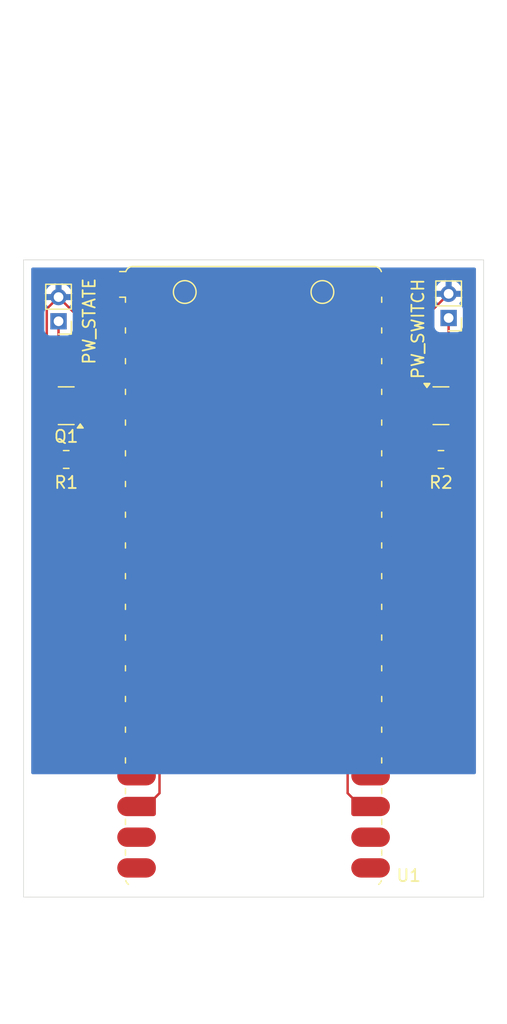
<source format=kicad_pcb>
(kicad_pcb (version 20240108) (generator "pcbnew") (generator_version "8.0")
  (layers (0 "F.Cu" signal) (31 "B.Cu" signal) (34 "B.Paste" user) (35 "F.Paste" user) (36 "B.SilkS" user "B.Silkscreen") (37 "F.SilkS" user "F.Silkscreen") (38 "B.Mask" user) (39 "F.Mask" user) (44 "Edge.Cuts" user))
  (net 0 "")
  (net 4 "GND")
  (net 31 "Net-(J1-Pin_1)")
  (net 32 "Net-(J2-Pin_1)")
  (net 33 "Net-(Q1-D)")
  (net 34 "Net-(Q2-G)")
  (net 43 "PW_SWITCH_SIG")
  (net 44 "PW_STATE_SIG")
  (net 45 "unconnected-(U1-GPIO0-Pad1)")
  (net 46 "unconnected-(U1-GPIO1-Pad2)")
  (footprint "Package_TO_SOT_SMD:SOT-23" (layer "F.Cu") (at 166.0125 86.995)
    (property "Reference" "Q2" (hide yes))
    (property "Value" "PMOS")
    (fp_line (start 0 -1.56) (end -0.65 -1.56) (stroke (width 0.12)) (layer "F.SilkS"))
    (fp_line (start 0 -1.56) (end 0.65 -1.56) (stroke (width 0.12)) (layer "F.SilkS"))
    (fp_line (start 0 1.56) (end -0.65 1.56) (stroke (width 0.12)) (layer "F.SilkS"))
    (fp_line (start 0 1.56) (end 0.65 1.56) (stroke (width 0.12)) (layer "F.SilkS"))
    (fp_poly (pts (xy -1.1625 -1.51) (xy -1.4025 -1.84) (xy -0.9225 -1.84) (xy -1.1625 -1.51)) (stroke (width 0.12)) (fill solid) (layer "F.SilkS"))
    (pad "1" smd roundrect (at -0.9375 -0.95) (size 1.475 0.6) (layers "F.Cu" "F.Paste" "F.Mask") (net 4 "GND"))
    (pad "2" smd roundrect (at -0.9375 0.95) (size 1.475 0.6) (layers "F.Cu" "F.Paste" "F.Mask") (net 34 "Net-(Q2-G)"))
    (pad "3" smd roundrect (at 0.9375 0) (size 1.475 0.6) (layers "F.Cu" "F.Paste" "F.Mask") (net 32 "Net-(J2-Pin_1)"))
  )
  (footprint "Connector_PinHeader_2.00mm:PinHeader_1x02_P2.00mm_Vertical" (layer "F.Cu") (at 166.6475 79.74 180)
    (property "Reference" "J2" (hide yes))
    (property "Value" "PW_SWITCH" (at 2.54 -0.905 270) (layer "F.SilkS"))
    (fp_line (start 1.06 1) (end 1.06 3.06) (stroke (width 0.12)) (layer "F.SilkS"))
    (fp_line (start -1.06 3.06) (end 1.06 3.06) (stroke (width 0.12)) (layer "F.SilkS"))
    (fp_line (start -1.06 1) (end 1.06 1) (stroke (width 0.12)) (layer "F.SilkS"))
    (fp_line (start -1.06 1) (end -1.06 3.06) (stroke (width 0.12)) (layer "F.SilkS"))
    (fp_line (start -1.06 0) (end -1.06 -1.06) (stroke (width 0.12)) (layer "F.SilkS"))
    (fp_line (start -1.06 -1.06) (end 0 -1.06) (stroke (width 0.12)) (layer "F.SilkS"))
    (pad "1" thru_hole rect (at 0 0 180) (size 1.35 1.35) (drill 0.8) (layers "*.Cu" "*.Mask") (net 32 "Net-(J2-Pin_1)"))
    (pad "2" thru_hole oval (at 0 2 180) (size 1.35 1.35) (drill 0.8) (layers "*.Cu" "*.Mask") (net 4 "GND"))
  )
  (footprint "Connector_PinHeader_2.00mm:PinHeader_1x02_P2.00mm_Vertical" (layer "F.Cu") (at 134.3425 80.01 180)
    (property "Reference" "J1" (hide yes))
    (property "Value" "PW_STATE" (at -2.54 0 270) (layer "F.SilkS"))
    (fp_line (start 1.06 1) (end 1.06 3.06) (stroke (width 0.12)) (layer "F.SilkS"))
    (fp_line (start -1.06 3.06) (end 1.06 3.06) (stroke (width 0.12)) (layer "F.SilkS"))
    (fp_line (start -1.06 1) (end 1.06 1) (stroke (width 0.12)) (layer "F.SilkS"))
    (fp_line (start -1.06 1) (end -1.06 3.06) (stroke (width 0.12)) (layer "F.SilkS"))
    (fp_line (start -1.06 0) (end -1.06 -1.06) (stroke (width 0.12)) (layer "F.SilkS"))
    (fp_line (start -1.06 -1.06) (end 0 -1.06) (stroke (width 0.12)) (layer "F.SilkS"))
    (pad "1" thru_hole rect (at 0 0 180) (size 1.35 1.35) (drill 0.8) (layers "*.Cu" "*.Mask") (net 31 "Net-(J1-Pin_1)"))
    (pad "2" thru_hole oval (at 0 2 180) (size 1.35 1.35) (drill 0.8) (layers "*.Cu" "*.Mask") (net 4 "GND"))
  )
  (footprint "Package_TO_SOT_SMD:SOT-23" (layer "F.Cu") (at 134.9775 86.995 180)
    (property "Reference" "Q1" (at 0 -2.54 180) (layer "F.SilkS"))
    (property "Value" "NMOS")
    (fp_line (start 0 1.56) (end 0.65 1.56) (stroke (width 0.12)) (layer "F.SilkS"))
    (fp_line (start 0 1.56) (end -0.65 1.56) (stroke (width 0.12)) (layer "F.SilkS"))
    (fp_line (start 0 -1.56) (end 0.65 -1.56) (stroke (width 0.12)) (layer "F.SilkS"))
    (fp_line (start 0 -1.56) (end -0.65 -1.56) (stroke (width 0.12)) (layer "F.SilkS"))
    (fp_poly (pts (xy -1.1625 -1.51) (xy -1.4025 -1.84) (xy -0.9225 -1.84) (xy -1.1625 -1.51)) (stroke (width 0.12)) (fill solid) (layer "F.SilkS"))
    (pad "1" smd roundrect (at -0.9375 -0.95 180) (size 1.475 0.6) (layers "F.Cu" "F.Paste" "F.Mask") (net 33 "Net-(Q1-D)"))
    (pad "2" smd roundrect (at -0.9375 0.95 180) (size 1.475 0.6) (layers "F.Cu" "F.Paste" "F.Mask") (net 31 "Net-(J1-Pin_1)"))
    (pad "3" smd roundrect (at 0.9375 0 180) (size 1.475 0.6) (layers "F.Cu" "F.Paste" "F.Mask") (net 4 "GND"))
  )
  (footprint "Resistor_SMD:R_0805_2012Metric" (layer "F.Cu") (at 166.0125 91.44)
    (property "Reference" "R2" (at 0 1.905 0) (layer "F.SilkS"))
    (property "Value" "1k" (hide yes))
    (fp_line (start -0.227064 -0.735) (end 0.227064 -0.735) (stroke (width 0.12)) (layer "F.SilkS"))
    (fp_line (start -0.227064 0.735) (end 0.227064 0.735) (stroke (width 0.12)) (layer "F.SilkS"))
    (pad "1" smd roundrect (at -0.9125 0) (size 1.025 1.4) (layers "F.Cu" "F.Paste" "F.Mask") (roundrect_rratio 0.243902) (net 34 "Net-(Q2-G)"))
    (pad "2" smd roundrect (at 0.9125 0) (size 1.025 1.4) (layers "F.Cu" "F.Paste" "F.Mask") (roundrect_rratio 0.243902) (net 43 "PW_SWITCH_SIG"))
  )
  (footprint "Resistor_SMD:R_0805_2012Metric" (layer "F.Cu") (at 134.9775 91.44 180)
    (property "Reference" "R1" (at 0 -1.905 180) (layer "F.SilkS"))
    (property "Value" "1k" (hide yes))
    (fp_line (start -0.227064 0.735) (end 0.227064 0.735) (stroke (width 0.12)) (layer "F.SilkS"))
    (fp_line (start -0.227064 -0.735) (end 0.227064 -0.735) (stroke (width 0.12)) (layer "F.SilkS"))
    (pad "1" smd roundrect (at -0.9125 0 180) (size 1.025 1.4) (layers "F.Cu" "F.Paste" "F.Mask") (roundrect_rratio 0.243902) (net 33 "Net-(Q1-D)"))
    (pad "2" smd roundrect (at 0.9125 0 180) (size 1.025 1.4) (layers "F.Cu" "F.Paste" "F.Mask") (roundrect_rratio 0.243902) (net 44 "PW_STATE_SIG"))
  )
  (footprint "Module_RaspberryPi_Pico:RaspberryPi_Pico_W_SMD" (layer "F.Cu") (at 150.495 101.09)
    (property "Reference" "U1" (at 11.7475 24.765 0) (layer "F.SilkS") (effects (justify left)))
    (property "Value" "RaspberryPi_Pico_W_SecondaryPins")
    (fp_line (start -10.61 -23.07) (end -11.09 -23.07) (stroke (width 0.12)) (layer "F.SilkS"))
    (fp_line (start -10.61 -23.07) (end -10.61 -22.65) (stroke (width 0.12)) (layer "F.SilkS"))
    (fp_line (start -10.61 -20.53) (end -10.61 -20.11) (stroke (width 0.12)) (layer "F.SilkS"))
    (fp_line (start -10.61 -17.99) (end -10.61 -17.57) (stroke (width 0.12)) (layer "F.SilkS"))
    (fp_line (start -10.61 -15.45) (end -10.61 -15.03) (stroke (width 0.12)) (layer "F.SilkS"))
    (fp_line (start -10.61 -12.91) (end -10.61 -12.49) (stroke (width 0.12)) (layer "F.SilkS"))
    (fp_line (start -10.61 -10.37) (end -10.61 -9.95) (stroke (width 0.12)) (layer "F.SilkS"))
    (fp_line (start -10.61 -7.83) (end -10.61 -7.41) (stroke (width 0.12)) (layer "F.SilkS"))
    (fp_line (start -10.61 -5.29) (end -10.61 -4.87) (stroke (width 0.12)) (layer "F.SilkS"))
    (fp_line (start -10.61 -2.75) (end -10.61 -2.33) (stroke (width 0.12)) (layer "F.SilkS"))
    (fp_line (start -10.61 -0.21) (end -10.61 0.21) (stroke (width 0.12)) (layer "F.SilkS"))
    (fp_line (start -10.61 2.33) (end -10.61 2.75) (stroke (width 0.12)) (layer "F.SilkS"))
    (fp_line (start -10.61 4.87) (end -10.61 5.29) (stroke (width 0.12)) (layer "F.SilkS"))
    (fp_line (start -10.61 7.41) (end -10.61 7.83) (stroke (width 0.12)) (layer "F.SilkS"))
    (fp_line (start -10.61 9.95) (end -10.61 10.37) (stroke (width 0.12)) (layer "F.SilkS"))
    (fp_line (start -10.61 12.49) (end -10.61 12.91) (stroke (width 0.12)) (layer "F.SilkS"))
    (fp_line (start -10.61 15.03) (end -10.61 15.45) (stroke (width 0.12)) (layer "F.SilkS"))
    (fp_line (start -10.61 17.57) (end -10.61 17.99) (stroke (width 0.12)) (layer "F.SilkS"))
    (fp_line (start -10.61 20.11) (end -10.61 20.53) (stroke (width 0.12)) (layer "F.SilkS"))
    (fp_line (start -10.61 22.65) (end -10.61 23.07) (stroke (width 0.12)) (layer "F.SilkS"))
    (fp_line (start -10.579676 -25.189937) (end -11.09 -25.19) (stroke (width 0.12)) (layer "F.SilkS"))
    (fp_line (start -10 -25.61) (end -7.51 -25.61) (stroke (width 0.12)) (layer "F.SilkS"))
    (fp_line (start -7.51 -25.61) (end -4.235 -25.61) (stroke (width 0.12)) (layer "F.SilkS"))
    (fp_line (start -4.235 -25.61) (end 4.235 -25.61) (stroke (width 0.12)) (layer "F.SilkS"))
    (fp_line (start 4.235 -25.61) (end 7.51 -25.61) (stroke (width 0.12)) (layer "F.SilkS"))
    (fp_line (start 10 -25.61) (end 7.51 -25.61) (stroke (width 0.12)) (layer "F.SilkS"))
    (fp_line (start 10.61 -23.07) (end 10.61 -22.65) (stroke (width 0.12)) (layer "F.SilkS"))
    (fp_line (start 10.61 -20.53) (end 10.61 -20.11) (stroke (width 0.12)) (layer "F.SilkS"))
    (fp_line (start 10.61 -17.99) (end 10.61 -17.57) (stroke (width 0.12)) (layer "F.SilkS"))
    (fp_line (start 10.61 -15.45) (end 10.61 -15.03) (stroke (width 0.12)) (layer "F.SilkS"))
    (fp_line (start 10.61 -12.91) (end 10.61 -12.49) (stroke (width 0.12)) (layer "F.SilkS"))
    (fp_line (start 10.61 -10.37) (end 10.61 -9.95) (stroke (width 0.12)) (layer "F.SilkS"))
    (fp_line (start 10.61 -7.83) (end 10.61 -7.41) (stroke (width 0.12)) (layer "F.SilkS"))
    (fp_line (start 10.61 -5.29) (end 10.61 -4.87) (stroke (width 0.12)) (layer "F.SilkS"))
    (fp_line (start 10.61 -2.75) (end 10.61 -2.33) (stroke (width 0.12)) (layer "F.SilkS"))
    (fp_line (start 10.61 -0.21) (end 10.61 0.21) (stroke (width 0.12)) (layer "F.SilkS"))
    (fp_line (start 10.61 2.33) (end 10.61 2.75) (stroke (width 0.12)) (layer "F.SilkS"))
    (fp_line (start 10.61 4.87) (end 10.61 5.29) (stroke (width 0.12)) (layer "F.SilkS"))
    (fp_line (start 10.61 7.41) (end 10.61 7.83) (stroke (width 0.12)) (layer "F.SilkS"))
    (fp_line (start 10.61 9.95) (end 10.61 10.37) (stroke (width 0.12)) (layer "F.SilkS"))
    (fp_line (start 10.61 12.49) (end 10.61 12.91) (stroke (width 0.12)) (layer "F.SilkS"))
    (fp_line (start 10.61 15.03) (end 10.61 15.45) (stroke (width 0.12)) (layer "F.SilkS"))
    (fp_line (start 10.61 17.57) (end 10.61 17.99) (stroke (width 0.12)) (layer "F.SilkS"))
    (fp_line (start 10.61 20.11) (end 10.61 20.53) (stroke (width 0.12)) (layer "F.SilkS"))
    (fp_line (start 10.61 22.65) (end 10.61 23.07) (stroke (width 0.12)) (layer "F.SilkS"))
    (fp_arc (start -10.579676 -25.189937) (mid -10.357938 -25.493944) (end -10 -25.61) (stroke (width 0.12)) (layer "F.SilkS"))
    (fp_arc (start -10.363318 25.49) (mid -10.494791 25.356765) (end -10.579676 25.189937) (stroke (width 0.12)) (layer "F.SilkS"))
    (fp_arc (start 10 -25.61) (mid 10.357937 -25.493944) (end 10.579676 -25.189937) (stroke (width 0.12)) (layer "F.SilkS"))
    (fp_arc (start 10.579676 25.189937) (mid 10.494802 25.356774) (end 10.363318 25.49) (stroke (width 0.12)) (layer "F.SilkS"))
    (fp_circle (center -5.7 -23.5) (end -4.76 -23.5) (stroke (width 0.12)) (fill none) (layer "F.SilkS"))
    (fp_circle (center 5.7 -23.5) (end 6.64 -23.5) (stroke (width 0.12)) (fill none) (layer "F.SilkS"))
    (pad "" smd oval (at -2.725 -24) (size 1.1 1.8) (layers "F.Cu" "F.Paste" "F.Mask"))
    (pad "" smd oval (at -2.425 -20.97) (size 1.05 1.45) (layers "F.Cu" "F.Paste" "F.Mask"))
    (pad "" smd oval (at 2.425 -20.97) (size 1.05 1.45) (layers "F.Cu" "F.Paste" "F.Mask"))
    (pad "" smd oval (at 2.725 -24) (size 1.1 1.8) (layers "F.Cu" "F.Paste" "F.Mask"))
    (pad "1" smd custom (at -8.89 -24.13) (size 1.6 1.6) (layers "F.Cu" "F.Paste" "F.Mask") (net 45 "unconnected-(U1-GPIO0-Pad1)") (options (clearance outline) (anchor circle)) (primitives (gr_poly (pts (xy -2.4 0.6) (xy -2.4 -0.6) (xy -2.2 -0.8) (xy 0 -0.8) (xy 0 0.8) (xy -2.2 0.8)) (width 0) (fill yes)) (gr_circle (center -2.2 0.6) (end -2 0.6) (width 0) (fill yes)) (gr_circle (center -2.2 -0.6) (end -2 -0.6) (width 0) (fill yes))))
    (pad "2" smd roundrect (at -8.89 -21.59) (size 3.2 1.6) (drill (offset -0.8 0)) (layers "F.Cu" "F.Paste" "F.Mask") (roundrect_rratio 0.5) (net 46 "unconnected-(U1-GPIO1-Pad2)"))
    (pad "3" smd custom (at -8.89 -19.05) (size 1.6 1.6) (layers "F.Cu" "F.Paste" "F.Mask") (net 4 "GND") (options (clearance outline) (anchor circle)) (primitives (gr_poly (pts (xy 0.8 -0.6) (xy 0.8 0.6) (xy 0.6 0.8) (xy -1.6 0.8) (xy -1.6 -0.8) (xy 0.6 -0.8)) (width 0) (fill yes)) (gr_circle (center 0.6 0.6) (end 0.8 0.6) (width 0) (fill yes)) (gr_circle (center 0.6 -0.6) (end 0.8 -0.6) (width 0) (fill yes)) (gr_circle (center -1.6 0) (end -0.8 0) (width 0) (fill yes))))
    (pad "4" smd roundrect (at -8.89 -16.51) (size 3.2 1.6) (drill (offset -0.8 0)) (layers "F.Cu" "F.Paste" "F.Mask") (roundrect_rratio 0.5))
    (pad "5" smd roundrect (at -8.89 -13.97) (size 3.2 1.6) (drill (offset -0.8 0)) (layers "F.Cu" "F.Paste" "F.Mask") (roundrect_rratio 0.5))
    (pad "6" smd roundrect (at -8.89 -11.43) (size 3.2 1.6) (drill (offset -0.8 0)) (layers "F.Cu" "F.Paste" "F.Mask") (roundrect_rratio 0.5))
    (pad "7" smd roundrect (at -8.89 -8.89) (size 3.2 1.6) (drill (offset -0.8 0)) (layers "F.Cu" "F.Paste" "F.Mask") (roundrect_rratio 0.5))
    (pad "8" smd custom (at -8.89 -6.35) (size 1.6 1.6) (layers "F.Cu" "F.Paste" "F.Mask") (net 4 "GND") (options (clearance outline) (anchor circle)) (primitives (gr_poly (pts (xy 0.8 -0.6) (xy 0.8 0.6) (xy 0.6 0.8) (xy -1.6 0.8) (xy -1.6 -0.8) (xy 0.6 -0.8)) (width 0) (fill yes)) (gr_circle (center 0.6 0.6) (end 0.8 0.6) (width 0) (fill yes)) (gr_circle (center 0.6 -0.6) (end 0.8 -0.6) (width 0) (fill yes)) (gr_circle (center -1.6 0) (end -0.8 0) (width 0) (fill yes))))
    (pad "9" smd roundrect (at -8.89 -3.81) (size 3.2 1.6) (drill (offset -0.8 0)) (layers "F.Cu" "F.Paste" "F.Mask") (roundrect_rratio 0.5))
    (pad "10" smd roundrect (at -8.89 -1.27) (size 3.2 1.6) (drill (offset -0.8 0)) (layers "F.Cu" "F.Paste" "F.Mask") (roundrect_rratio 0.5))
    (pad "11" smd roundrect (at -8.89 1.27) (size 3.2 1.6) (drill (offset -0.8 0)) (layers "F.Cu" "F.Paste" "F.Mask") (roundrect_rratio 0.5))
    (pad "12" smd roundrect (at -8.89 3.81) (size 3.2 1.6) (drill (offset -0.8 0)) (layers "F.Cu" "F.Paste" "F.Mask") (roundrect_rratio 0.5) (net 44 "PW_STATE_SIG"))
    (pad "13" smd custom (at -8.89 6.35) (size 1.6 1.6) (layers "F.Cu" "F.Paste" "F.Mask") (net 4 "GND") (options (clearance outline) (anchor circle)) (primitives (gr_poly (pts (xy 0.8 -0.6) (xy 0.8 0.6) (xy 0.6 0.8) (xy -1.6 0.8) (xy -1.6 -0.8) (xy 0.6 -0.8)) (width 0) (fill yes)) (gr_circle (center 0.6 0.6) (end 0.8 0.6) (width 0) (fill yes)) (gr_circle (center 0.6 -0.6) (end 0.8 -0.6) (width 0) (fill yes)) (gr_circle (center -1.6 0) (end -0.8 0) (width 0) (fill yes))))
    (pad "14" smd roundrect (at -8.89 8.89) (size 3.2 1.6) (drill (offset -0.8 0)) (layers "F.Cu" "F.Paste" "F.Mask") (roundrect_rratio 0.5))
    (pad "15" smd roundrect (at -8.89 11.43) (size 3.2 1.6) (drill (offset -0.8 0)) (layers "F.Cu" "F.Paste" "F.Mask") (roundrect_rratio 0.5))
    (pad "16" smd roundrect (at -8.89 13.97) (size 3.2 1.6) (drill (offset -0.8 0)) (layers "F.Cu" "F.Paste" "F.Mask") (roundrect_rratio 0.5))
    (pad "17" smd roundrect (at -8.89 16.51) (size 3.2 1.6) (drill (offset -0.8 0)) (layers "F.Cu" "F.Paste" "F.Mask") (roundrect_rratio 0.5))
    (pad "18" smd custom (at -8.89 19.05) (size 1.6 1.6) (layers "F.Cu" "F.Paste" "F.Mask") (net 4 "GND") (options (clearance outline) (anchor circle)) (primitives (gr_poly (pts (xy 0.8 -0.6) (xy 0.8 0.6) (xy 0.6 0.8) (xy -1.6 0.8) (xy -1.6 -0.8) (xy 0.6 -0.8)) (width 0) (fill yes)) (gr_circle (center 0.6 0.6) (end 0.8 0.6) (width 0) (fill yes)) (gr_circle (center 0.6 -0.6) (end 0.8 -0.6) (width 0) (fill yes)) (gr_circle (center -1.6 0) (end -0.8 0) (width 0) (fill yes))))
    (pad "19" smd roundrect (at -8.89 21.59) (size 3.2 1.6) (drill (offset -0.8 0)) (layers "F.Cu" "F.Paste" "F.Mask") (roundrect_rratio 0.5))
    (pad "20" smd roundrect (at -8.89 24.13) (size 3.2 1.6) (drill (offset -0.8 0)) (layers "F.Cu" "F.Paste" "F.Mask") (roundrect_rratio 0.5))
    (pad "21" smd roundrect (at 8.89 24.13) (size 3.2 1.6) (drill (offset 0.8 0)) (layers "F.Cu" "F.Paste" "F.Mask") (roundrect_rratio 0.5))
    (pad "22" smd roundrect (at 8.89 21.59) (size 3.2 1.6) (drill (offset 0.8 0)) (layers "F.Cu" "F.Paste" "F.Mask") (roundrect_rratio 0.5))
    (pad "23" smd custom (at 8.89 19.05) (size 1.6 1.6) (layers "F.Cu" "F.Paste" "F.Mask") (net 4 "GND") (options (clearance outline) (anchor circle)) (primitives (gr_poly (pts (xy -0.8 -0.6) (xy -0.8 0.6) (xy -0.6 0.8) (xy 1.6 0.8) (xy 1.6 -0.8) (xy -0.6 -0.8)) (width 0) (fill yes)) (gr_circle (center -0.6 0.6) (end -0.4 0.6) (width 0) (fill yes)) (gr_circle (center -0.6 -0.6) (end -0.4 -0.6) (width 0) (fill yes)) (gr_circle (center 1.6 0) (end 2.4 0) (width 0) (fill yes))))
    (pad "24" smd roundrect (at 8.89 16.51) (size 3.2 1.6) (drill (offset 0.8 0)) (layers "F.Cu" "F.Paste" "F.Mask") (roundrect_rratio 0.5))
    (pad "25" smd roundrect (at 8.89 13.97) (size 3.2 1.6) (drill (offset 0.8 0)) (layers "F.Cu" "F.Paste" "F.Mask") (roundrect_rratio 0.5))
    (pad "26" smd roundrect (at 8.89 11.43) (size 3.2 1.6) (drill (offset 0.8 0)) (layers "F.Cu" "F.Paste" "F.Mask") (roundrect_rratio 0.5))
    (pad "27" smd roundrect (at 8.89 8.89) (size 3.2 1.6) (drill (offset 0.8 0)) (layers "F.Cu" "F.Paste" "F.Mask") (roundrect_rratio 0.5))
    (pad "28" smd custom (at 8.89 6.35) (size 1.6 1.6) (layers "F.Cu" "F.Paste" "F.Mask") (net 4 "GND") (options (clearance outline) (anchor circle)) (primitives (gr_poly (pts (xy -0.8 -0.6) (xy -0.8 0.6) (xy -0.6 0.8) (xy 1.6 0.8) (xy 1.6 -0.8) (xy -0.6 -0.8)) (width 0) (fill yes)) (gr_circle (center -0.6 0.6) (end -0.4 0.6) (width 0) (fill yes)) (gr_circle (center -0.6 -0.6) (end -0.4 -0.6) (width 0) (fill yes)) (gr_circle (center 1.6 0) (end 2.4 0) (width 0) (fill yes))))
    (pad "29" smd roundrect (at 8.89 3.81) (size 3.2 1.6) (drill (offset 0.8 0)) (layers "F.Cu" "F.Paste" "F.Mask") (roundrect_rratio 0.5) (net 43 "PW_SWITCH_SIG"))
    (pad "30" smd roundrect (at 8.89 1.27) (size 3.2 1.6) (drill (offset 0.8 0)) (layers "F.Cu" "F.Paste" "F.Mask") (roundrect_rratio 0.5))
    (pad "31" smd roundrect (at 8.89 -1.27) (size 3.2 1.6) (drill (offset 0.8 0)) (layers "F.Cu" "F.Paste" "F.Mask") (roundrect_rratio 0.5))
    (pad "32" smd roundrect (at 8.89 -3.81) (size 3.2 1.6) (drill (offset 0.8 0)) (layers "F.Cu" "F.Paste" "F.Mask") (roundrect_rratio 0.5))
    (pad "33" smd custom (at 8.89 -6.35) (size 1.6 1.6) (layers "F.Cu" "F.Paste" "F.Mask") (options (clearance outline) (anchor circle)) (primitives (gr_poly (pts (xy -0.8 -0.6) (xy -0.8 0.6) (xy -0.6 0.8) (xy 1.6 0.8) (xy 1.6 -0.8) (xy -0.6 -0.8)) (width 0) (fill yes)) (gr_circle (center -0.6 0.6) (end -0.4 0.6) (width 0) (fill yes)) (gr_circle (center -0.6 -0.6) (end -0.4 -0.6) (width 0) (fill yes)) (gr_circle (center 1.6 0) (end 2.4 0) (width 0) (fill yes))))
    (pad "34" smd roundrect (at 8.89 -8.89) (size 3.2 1.6) (drill (offset 0.8 0)) (layers "F.Cu" "F.Paste" "F.Mask") (roundrect_rratio 0.5))
    (pad "35" smd roundrect (at 8.89 -11.43) (size 3.2 1.6) (drill (offset 0.8 0)) (layers "F.Cu" "F.Paste" "F.Mask") (roundrect_rratio 0.5))
    (pad "36" smd roundrect (at 8.89 -13.97) (size 3.2 1.6) (drill (offset 0.8 0)) (layers "F.Cu" "F.Paste" "F.Mask") (roundrect_rratio 0.5))
    (pad "37" smd roundrect (at 8.89 -16.51) (size 3.2 1.6) (drill (offset 0.8 0)) (layers "F.Cu" "F.Paste" "F.Mask") (roundrect_rratio 0.5))
    (pad "38" smd custom (at 8.89 -19.05) (size 1.6 1.6) (layers "F.Cu" "F.Paste" "F.Mask") (net 4 "GND") (options (clearance outline) (anchor circle)) (primitives (gr_poly (pts (xy -0.8 -0.6) (xy -0.8 0.6) (xy -0.6 0.8) (xy 1.6 0.8) (xy 1.6 -0.8) (xy -0.6 -0.8)) (width 0) (fill yes)) (gr_circle (center -0.6 0.6) (end -0.4 0.6) (width 0) (fill yes)) (gr_circle (center -0.6 -0.6) (end -0.4 -0.6) (width 0) (fill yes)) (gr_circle (center 1.6 0) (end 2.4 0) (width 0) (fill yes))))
    (pad "39" smd roundrect (at 8.89 -21.59) (size 3.2 1.6) (drill (offset 0.8 0)) (layers "F.Cu" "F.Paste" "F.Mask") (roundrect_rratio 0.5))
    (pad "40" smd roundrect (at 8.89 -24.13) (size 3.2 1.6) (drill (offset 0.8 0)) (layers "F.Cu" "F.Paste" "F.Mask") (roundrect_rratio 0.5))
    (pad "D1" smd roundrect (at 0.5841 5.7) (size 1.5748 1.5748) (layers "F.Cu" "F.Paste" "F.Mask") (roundrect_rratio 0.127000254))
    (pad "D2" smd circle (at 3.1241 5.7) (size 1.5748 1.5748) (layers "F.Cu" "F.Paste" "F.Mask") (net 4 "GND"))
    (pad "D3" smd circle (at 5.6641 5.7) (size 1.5748 1.5748) (layers "F.Cu" "F.Paste" "F.Mask"))
    (pad "TP1" smd roundrect (at 0 -21) (size 1.5 1.5) (layers "F.Cu" "F.Paste" "F.Mask") (roundrect_rratio 0.2))
    (pad "TP2" smd roundrect (at 1 -24.3) (size 1.5 1.5) (layers "F.Cu" "F.Paste" "F.Mask") (roundrect_rratio 0.2))
    (pad "TP3" smd roundrect (at -1 -24.3) (size 1.5 1.5) (layers "F.Cu" "F.Paste" "F.Mask") (roundrect_rratio 0.2))
    (pad "TP4" smd roundrect (at -2.5 -17.5) (size 1.5 1.5) (layers "F.Cu" "F.Paste" "F.Mask") (roundrect_rratio 0.2))
    (pad "TP5" smd roundrect (at -2.5 -15) (size 1.5 1.5) (layers "F.Cu" "F.Paste" "F.Mask") (roundrect_rratio 0.2))
    (pad "TP6" smd roundrect (at -2.5 -12.5) (size 1.5 1.5) (layers "F.Cu" "F.Paste" "F.Mask") (roundrect_rratio 0.2))
    (zone (net 0) (net_name "") (layers "*.Cu" "*.Paste") (name "RF Copper Keep Out") (connect_pads (clearance 0)) (min_thickness 0.254)
      (keepout (tracks not_allowed) (vias not_allowed) (pads not_allowed) (copperpour not_allowed) (footprints not_allowed))
      (fill (thermal_gap 0.508) (thermal_bridge_width 0.508))
      (polygon (pts (xy 129.495 126.09) (xy 171.495 126.09) (xy 171.495 136.09) (xy 129.495 136.09)))
    )
    (zone (net 0) (net_name "") (layers "*.Cu" "*.Paste") (name "Antenna Copper Keep Out") (connect_pads (clearance 0)) (min_thickness 0.254)
      (keepout (tracks not_allowed) (vias not_allowed) (pads not_allowed) (copperpour not_allowed) (footprints not_allowed))
      (fill (thermal_gap 0.508) (thermal_bridge_width 0.508))
      (polygon (pts (xy 148.095 126.079895) (xy 143.395 122.429895) (xy 143.395 118.09) (xy 157.595 118.09) (xy 157.595 122.429895) (xy 152.895 126.079895) (xy 152.895 126.09) (xy 148.095 126.09)))
    )
  )
  (gr_rect (start 131.445 74.93) (end 169.545 127.635) (stroke (width 0.05)) (fill none) (layer "Edge.Cuts"))
  (segment (start 153.6191 106.79) (end 152.223226 108.185874) (width 0.2) (layer "F.Cu") (net 4))
  (segment (start 142.705 106.34) (end 141.605 107.44) (width 0.2) (layer "F.Cu") (net 4))
  (segment (start 160.145 120.14) (end 159.28 120.14) (width 0.2) (layer "F.Cu") (net 4))
  (segment (start 165.075 86.045) (end 161.07 82.04) (width 0.2) (layer "F.Cu") (net 4))
  (segment (start 141.605 94.74) (end 140.989364 94.74) (width 0.2) (layer "F.Cu") (net 4))
  (segment (start 158.285 119.04) (end 158.285 108.54) (width 0.2) (layer "F.Cu") (net 4))
  (segment (start 158.285 108.54) (end 159.385 107.44) (width 0.2) (layer "F.Cu") (net 4))
  (segment (start 138.905 92.655636) (end 138.905 84.124364) (width 0.2) (layer "F.Cu") (net 4))
  (segment (start 153.6191 106.79) (end 153.78 106.79) (width 0.2) (layer "F.Cu") (net 4))
  (segment (start 134.3425 78.01) (end 138.3725 82.04) (width 0.2) (layer "F.Cu") (net 4))
  (segment (start 140.989364 82.04) (end 141.605 82.04) (width 0.2) (layer "F.Cu") (net 4))
  (segment (start 141.605 94.74) (end 142.705 95.84) (width 0.2) (layer "F.Cu") (net 4))
  (segment (start 133.3675 78.985) (end 133.3675 86.3225) (width 0.2) (layer "F.Cu") (net 4))
  (segment (start 140.845 82.04) (end 141.5 82.04) (width 0.2) (layer "F.Cu") (net 4))
  (segment (start 138.905 84.124364) (end 140.989364 82.04) (width 0.2) (layer "F.Cu") (net 4))
  (segment (start 138.3725 82.04) (end 141.605 82.04) (width 0.2) (layer "F.Cu") (net 4))
  (segment (start 152.223226 108.185874) (end 142.350874 108.185874) (width 0.2) (layer "F.Cu") (net 4))
  (segment (start 134.3425 78.01) (end 133.3675 78.985) (width 0.2) (layer "F.Cu") (net 4))
  (segment (start 159.385 120.14) (end 158.285 119.04) (width 0.2) (layer "F.Cu") (net 4))
  (segment (start 154.8674 105.7026) (end 157.6476 105.7026) (width 0.2) (layer "F.Cu") (net 4))
  (segment (start 157.6476 105.7026) (end 159.385 107.44) (width 0.2) (layer "F.Cu") (net 4))
  (segment (start 141.605 120.14) (end 142.705 119.04) (width 0.2) (layer "F.Cu") (net 4))
  (segment (start 161.07 82.04) (end 159.385 82.04) (width 0.2) (layer "F.Cu") (net 4))
  (segment (start 133.3675 86.3225) (end 134.04 86.995) (width 0.2) (layer "F.Cu") (net 4))
  (segment (start 159.385 82.04) (end 162.3475 82.04) (width 0.2) (layer "F.Cu") (net 4))
  (segment (start 142.705 108.54) (end 141.605 107.44) (width 0.2) (layer "F.Cu") (net 4))
  (segment (start 142.350874 108.185874) (end 141.605 107.44) (width 0.2) (layer "F.Cu") (net 4))
  (segment (start 162.3475 82.04) (end 166.6475 77.74) (width 0.2) (layer "F.Cu") (net 4))
  (segment (start 140.989364 94.74) (end 138.905 92.655636) (width 0.2) (layer "F.Cu") (net 4))
  (segment (start 153.78 106.79) (end 154.8674 105.7026) (width 0.2) (layer "F.Cu") (net 4))
  (segment (start 142.705 119.04) (end 142.705 108.54) (width 0.2) (layer "F.Cu") (net 4))
  (segment (start 142.705 95.84) (end 142.705 106.34) (width 0.2) (layer "F.Cu") (net 4))
  (segment (start 134.3425 84.2725) (end 134.3425 80.01) (width 0.2) (layer "F.Cu") (net 31))
  (segment (start 136.115 86.045) (end 134.3425 84.2725) (width 0.2) (layer "F.Cu") (net 31))
  (segment (start 166.95 86.995) (end 166.6475 86.6925) (width 0.2) (layer "F.Cu") (net 32))
  (segment (start 166.6475 86.6925) (end 166.6475 79.74) (width 0.2) (layer "F.Cu") (net 32))
  (segment (start 135.89 88.17) (end 136.115 87.945) (width 0.2) (layer "F.Cu") (net 33))
  (segment (start 135.89 91.44) (end 135.89 88.17) (width 0.2) (layer "F.Cu") (net 33))
  (segment (start 165.1 88.17) (end 164.875 87.945) (width 0.2) (layer "F.Cu") (net 34))
  (segment (start 165.1 87.97) (end 165.075 87.945) (width 0.2) (layer "F.Cu") (net 34))
  (segment (start 165.1 91.44) (end 165.1 87.97) (width 0.2) (layer "F.Cu") (net 34))
  (segment (start 160.000636 104.9) (end 159.385 104.9) (width 0.2) (layer "F.Cu") (net 43))
  (segment (start 166.925 91.44) (end 166.925 97.975636) (width 0.2) (layer "F.Cu") (net 43))
  (segment (start 166.925 97.975636) (end 160.000636 104.9) (width 0.2) (layer "F.Cu") (net 43))
  (segment (start 140.989364 104.9) (end 141.605 104.9) (width 0.2) (layer "F.Cu") (net 44))
  (segment (start 134.065 97.975636) (end 140.989364 104.9) (width 0.2) (layer "F.Cu") (net 44))
  (segment (start 134.065 91.44) (end 134.065 97.975636) (width 0.2) (layer "F.Cu") (net 44))
  (segment (start 141.46 77) (end 141.5 76.96) (width 0.2) (layer "F.Cu") (net 45))
  (segment (start 140.884364 76.96) (end 141.5 76.96) (width 0.2) (layer "F.Cu") (net 45))
  (segment (start 139.9125 79.5) (end 141.5 79.5) (width 0.2) (layer "F.Cu") (net 46))
  (zone (net 4) (net_name "GND") (layer "B.Cu") (connect_pads (clearance 0.5)) (min_thickness 0.25) (fill yes (thermal_gap 0.5) (thermal_bridge_width 0.5))
    (polygon (pts (xy 168.91 117.475) (xy 132.08 117.475) (xy 132.08 75.565) (xy 168.91 75.565)))
  )
)
</source>
